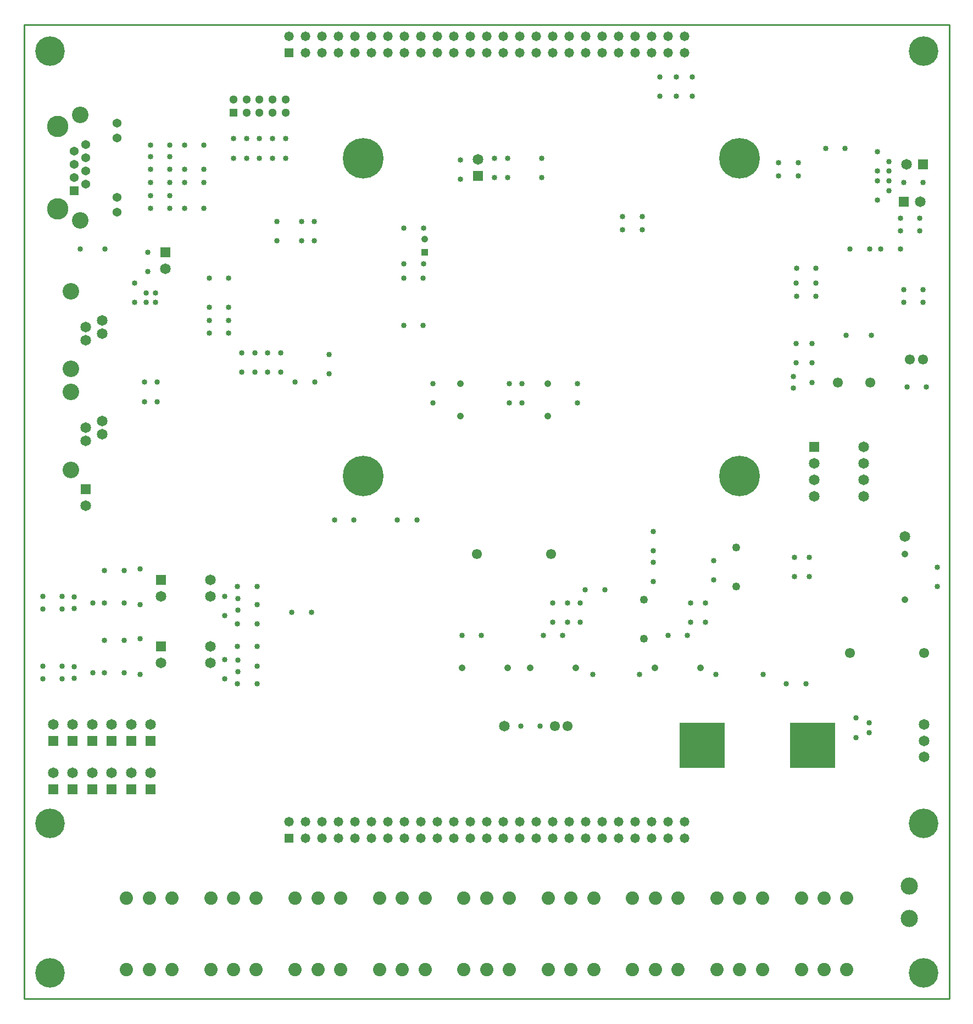
<source format=gbr>
*
*
G04 PADS Layout (Build Number 2005.266.2) generated Gerber (RS-274-X) file*
G04 PC Version=2.1*
*
%IN "cflora_base_1125.pcb"*%
*
%MOMM*%
*
%FSLAX35Y35*%
*
*
*
*
G04 PC Standard Apertures*
*
*
G04 Thermal Relief Aperture macro.*
%AMTER*
1,1,$1,0,0*
1,0,$1-$2,0,0*
21,0,$3,$4,0,0,45*
21,0,$3,$4,0,0,135*
%
*
*
G04 Annular Aperture macro.*
%AMANN*
1,1,$1,0,0*
1,0,$2,0,0*
%
*
*
G04 Odd Aperture macro.*
%AMODD*
1,1,$1,0,0*
1,0,$1-0.005,0,0*
%
*
*
G04 PC Custom Aperture Macros*
*
*
*
*
*
*
G04 PC Aperture Table*
*
%ADD058C,0.254*%
%ADD060C,1.3*%
%ADD079R,1.65X1.65*%
%ADD080R,1.066X1.066*%
%ADD083C,1.55*%
%ADD084R,1.4724X1.4724*%
%ADD085C,1.4724*%
%ADD086C,2.05*%
%ADD087C,2.55*%
%ADD089C,1.65*%
%ADD095C,1.066*%
%ADD106C,1.25*%
%ADD128C,0.85*%
%ADD129C,1.05*%
%ADD130R,7.05X7.05*%
%ADD131R,1.3X1.3*%
%ADD132C,2.65*%
%ADD137R,1.3708X1.3708*%
%ADD138C,1.3708*%
%ADD139C,3.3012*%
%ADD142C,6.25*%
%ADD143C,4.55*%
*
*
*
*
G04 PC Custom Flashes*
G04 Layer Name cflora_base_1125.pcb - flashes*
%LPD*%
*
*
G04 PC Circuitry*
G04 Layer Name cflora_base_1125.pcb - circuitry*
%LPD*%
*
G54D58*
G01X25400000Y10400000D02*
Y25400000D01*
X39660000*
Y10400000*
X25400000*
G54D60*
X28630000Y24250000D03*
X28830000Y24050000D03*
Y24250000D03*
X29030000Y24050000D03*
Y24250000D03*
X29230000Y24050000D03*
Y24250000D03*
X29430000Y24050000D03*
Y24250000D03*
G54D79*
X27515000Y16850000D03*
Y15825000D03*
X26355000Y18250000D03*
X27350000Y14375000D03*
Y13625000D03*
X27050000Y14375000D03*
Y13625000D03*
X26450000Y14375000D03*
Y13625000D03*
X26750000Y14375000D03*
X27580000Y21900000D03*
X26750000Y13625000D03*
X26150000Y14375000D03*
Y13625000D03*
X25850000Y14375000D03*
Y13625000D03*
X39255000Y23250000D03*
X38955000Y22675000D03*
X32400000Y23075000D03*
X37580000Y18900000D03*
G54D80*
X31575000Y21900000D03*
G54D83*
X39055000Y20250000D03*
X39255000D03*
X33780000Y14600000D03*
X33580000D03*
X38125000Y15725000D03*
X39275000D03*
X33525000Y17250000D03*
X32375000D03*
X38445000Y19895000D03*
X37945000D03*
X38125000Y15725000D03*
X39275000D03*
X33525000Y17250000D03*
X32375000D03*
G54D84*
X29482000Y24973000D03*
Y12873000D03*
G54D85*
Y25227000D03*
X29736000Y24973000D03*
Y25227000D03*
X29990000Y24973000D03*
Y25227000D03*
X30244000Y24973000D03*
Y25227000D03*
X30498000Y24973000D03*
Y25227000D03*
X30752000Y24973000D03*
Y25227000D03*
X31006000Y24973000D03*
Y25227000D03*
X31260000Y24973000D03*
Y25227000D03*
X31514000Y24973000D03*
Y25227000D03*
X31768000Y24973000D03*
Y25227000D03*
X32022000Y24973000D03*
Y25227000D03*
X32276000Y24973000D03*
Y25227000D03*
X32530000Y24973000D03*
Y25227000D03*
X32784000Y24973000D03*
Y25227000D03*
X33038000Y24973000D03*
Y25227000D03*
X33292000Y24973000D03*
Y25227000D03*
X33546000Y24973000D03*
Y25227000D03*
X33800000Y24973000D03*
Y25227000D03*
X34054000Y24973000D03*
Y25227000D03*
X34308000Y24973000D03*
Y25227000D03*
X34562000Y24973000D03*
Y25227000D03*
X34816000Y24973000D03*
Y25227000D03*
X35070000Y24973000D03*
Y25227000D03*
X35324000Y24973000D03*
Y25227000D03*
X35578000Y24973000D03*
Y25227000D03*
X29482000Y13127000D03*
X29736000Y12873000D03*
Y13127000D03*
X29990000Y12873000D03*
Y13127000D03*
X30244000Y12873000D03*
Y13127000D03*
X30498000Y12873000D03*
Y13127000D03*
X30752000Y12873000D03*
Y13127000D03*
X31006000Y12873000D03*
Y13127000D03*
X31260000Y12873000D03*
Y13127000D03*
X31514000Y12873000D03*
Y13127000D03*
X31768000Y12873000D03*
Y13127000D03*
X32022000Y12873000D03*
Y13127000D03*
X32276000Y12873000D03*
Y13127000D03*
X32530000Y12873000D03*
Y13127000D03*
X32784000Y12873000D03*
Y13127000D03*
X33038000Y12873000D03*
Y13127000D03*
X33292000Y12873000D03*
Y13127000D03*
X33546000Y12873000D03*
Y13127000D03*
X33800000Y12873000D03*
Y13127000D03*
X34054000Y12873000D03*
Y13127000D03*
X34308000Y12873000D03*
Y13127000D03*
X34562000Y12873000D03*
Y13127000D03*
X34816000Y12873000D03*
Y13127000D03*
X35070000Y12873000D03*
Y13127000D03*
X35324000Y12873000D03*
Y13127000D03*
X35578000Y12873000D03*
Y13127000D03*
G54D86*
X27679250Y10850000D03*
X27330000D03*
X26979250D03*
X28979250Y11950000D03*
X28630000D03*
X28279250D03*
X28979250Y10850000D03*
X28630000D03*
X28279250D03*
X30279250Y11950000D03*
X29930000D03*
X29579250D03*
X30279250Y10850000D03*
X29930000D03*
X29579250D03*
X31579250Y11950000D03*
X31230000D03*
X30879250D03*
X31579250Y10850000D03*
X31230000D03*
X30879250D03*
X32879250Y11950000D03*
X32530000D03*
X32179250D03*
X32879250Y10850000D03*
X32530000D03*
X32179250D03*
X34179250Y11950000D03*
X33830000D03*
X33479250D03*
X34179250Y10850000D03*
X33830000D03*
X33479250D03*
X35479250Y11950000D03*
X35130000D03*
X34779250D03*
X35479250Y10850000D03*
X35130000D03*
X34779250D03*
X36779250Y11950000D03*
X36430000D03*
X36079250D03*
X36779250Y10850000D03*
X36430000D03*
X36079250D03*
X27679250Y11950000D03*
X27330000D03*
X26979250D03*
X38079250D03*
X37730000D03*
X37379250D03*
X38079250Y10850000D03*
X37730000D03*
X37379250D03*
G54D87*
X26125000Y20100000D03*
Y21300000D03*
Y18550000D03*
Y19750000D03*
X26263900Y24018400D03*
Y22392800D03*
G54D89*
X26355000Y20547000D03*
Y20751000D03*
X26609000Y20649000D03*
Y20853000D03*
X26355000Y18997000D03*
Y19201000D03*
X26609000Y19099000D03*
Y19303000D03*
X27515000Y16596000D03*
X28277000D03*
Y16850000D03*
X27515000Y15571000D03*
X28277000D03*
Y15825000D03*
X26355000Y17996000D03*
X27350000Y14629000D03*
Y13879000D03*
X27050000Y14629000D03*
Y13879000D03*
X26450000Y14629000D03*
Y13879000D03*
X26750000Y14629000D03*
X27580000Y21646000D03*
X26750000Y13879000D03*
X26150000Y14629000D03*
Y13879000D03*
X25850000Y14629000D03*
Y13879000D03*
X39275000Y14625000D03*
Y14375000D03*
Y14125000D03*
X39001000Y23250000D03*
X39209000Y22675000D03*
X32400000Y23329000D03*
X37580000Y18646000D03*
Y18392000D03*
Y18138000D03*
X38342000D03*
Y18392000D03*
Y18646000D03*
Y18900000D03*
X38975000Y17525000D03*
X32805000Y14600000D03*
G54D95*
X31575000Y22100000D03*
G54D106*
X36375000Y16750000D03*
Y17350000D03*
X34950000Y16550000D03*
Y15950000D03*
X36375000Y16750000D03*
Y17350000D03*
X34950000Y16550000D03*
Y15950000D03*
G54D128*
X27255000Y19900000D03*
Y19600000D03*
X27875000Y23175000D03*
X28175000D03*
X27875000Y23550000D03*
X28175000D03*
X29580000Y19900000D03*
X29880000D03*
X27350000Y22775000D03*
X27650000D03*
X27350000Y23375000D03*
X27650000D03*
X30105000Y20325000D03*
Y20025000D03*
X26650000Y21950000D03*
X26262500D03*
X37275000Y16900000D03*
Y17200000D03*
X35100000Y16825000D03*
Y17125000D03*
X37450000Y15250000D03*
X37150000D03*
X27455000Y19900000D03*
Y19600000D03*
X39475000Y17050000D03*
Y16750000D03*
X33550000Y16500000D03*
Y16200000D03*
X32450000Y16000000D03*
X32150000D03*
X38225000Y14425000D03*
Y14725000D03*
X35625000Y16000000D03*
X35325000D03*
X33700000D03*
X33400000D03*
X34350000Y16700000D03*
X34050000D03*
X36025000Y16850000D03*
Y17150000D03*
X29830000Y16350000D03*
X29530000D03*
X38905000Y22225000D03*
X39205000D03*
X29355000Y20350000D03*
Y20050000D03*
X38130000Y21950000D03*
X38430000D03*
X38905000D03*
X38605000D03*
X37305000Y21650000D03*
X37605000D03*
X37300000Y21425000D03*
X37600000D03*
X37305000Y21225000D03*
X37605000D03*
X38055000Y23500000D03*
X37755000D03*
X31550000Y20775000D03*
X31250000D03*
Y21500000D03*
X31550000D03*
X31155000Y17775000D03*
X31455000D03*
X30185000D03*
X30485000D03*
X29300000Y22075000D03*
Y22375000D03*
X31555000Y22275000D03*
X31255000D03*
X31555000Y21725000D03*
X31255000D03*
X34625000Y22450000D03*
X34925000D03*
X33375000Y23050000D03*
Y23350000D03*
X31700000Y19875000D03*
Y19575000D03*
X33075000Y19875000D03*
Y19575000D03*
X34625000Y22250000D03*
X34925000D03*
X33925000Y19875000D03*
Y19575000D03*
X37545000Y20195000D03*
Y20495000D03*
X29675000Y22075000D03*
Y22375000D03*
X29155000Y20350000D03*
Y20050000D03*
X28555000Y21500000D03*
X28255000D03*
X27875000Y22575000D03*
X28175000D03*
X27875000Y22975000D03*
X28175000D03*
X27280000Y21125000D03*
Y21275000D03*
X38730000Y22850000D03*
Y23000000D03*
X27430000Y21125000D03*
Y21275000D03*
X38425000Y14500000D03*
Y14650000D03*
X27190000Y17025000D03*
Y16475000D03*
Y15950000D03*
Y15400000D03*
X38730000Y23300000D03*
Y23150000D03*
X28700300Y16563900D03*
Y16386100D03*
X28990000Y16475000D03*
X28700300Y15613900D03*
Y15436100D03*
X28990000Y15525000D03*
X26175300Y16588900D03*
Y16411100D03*
X26465000Y16500000D03*
X26175300Y15513900D03*
Y15336100D03*
X26465000Y15425000D03*
X37255300Y19983900D03*
Y19806100D03*
X37545000Y19895000D03*
X27305000Y21600000D03*
Y21900000D03*
X28555000Y20850000D03*
X28255000D03*
X29875000Y22075000D03*
Y22375000D03*
X28955000Y20350000D03*
Y20050000D03*
X36787500Y15400000D03*
X36062500D03*
X37500000Y17200000D03*
Y16900000D03*
X35900000Y16200000D03*
Y16500000D03*
X34887500Y15400000D03*
X34162500D03*
X35100000Y17300000D03*
Y17600000D03*
X33355000Y14600000D03*
X33055000D03*
X33975000Y16200000D03*
Y16500000D03*
X27105000Y21425000D03*
Y21125000D03*
X35675000Y16200000D03*
Y16500000D03*
X33775000Y16200000D03*
Y16500000D03*
X28690000Y16750000D03*
X28990000D03*
X28690000Y15825000D03*
X28990000D03*
X26940000Y17000000D03*
X26640000D03*
X28990000Y16175000D03*
X28690000D03*
X26940000Y15925000D03*
X26640000D03*
X28990000Y15250000D03*
X28690000D03*
X28490000Y16600000D03*
Y16300000D03*
Y15625000D03*
Y15325000D03*
X28255000Y21050000D03*
X28555000D03*
X26640000Y16500000D03*
X26940000D03*
X26640000Y15425000D03*
X26940000D03*
X25690000Y16600000D03*
X25990000D03*
X25690000Y15525000D03*
X25990000D03*
Y16400000D03*
X25690000D03*
X25990000Y15325000D03*
X25690000D03*
X39255000Y21325000D03*
X38955000D03*
X39255000Y21125000D03*
X38955000D03*
X38555000Y23150000D03*
Y23450000D03*
X38905000Y22425000D03*
X39205000D03*
X27650000Y22575000D03*
X27350000D03*
X37030000Y23075000D03*
X37330000D03*
X37030000Y23275000D03*
X37330000D03*
X38955000Y22975000D03*
X39255000D03*
X38555000Y22700000D03*
Y23000000D03*
X32875000Y19875000D03*
Y19575000D03*
X39305000Y19825000D03*
X39005000D03*
X32850000Y23050000D03*
Y23350000D03*
X32650000D03*
Y23050000D03*
X29230000Y23350000D03*
Y23650000D03*
X29030000Y23350000D03*
Y23650000D03*
X27650000Y22975000D03*
X27350000D03*
X28630000Y23350000D03*
Y23650000D03*
X28830000Y23350000D03*
Y23650000D03*
X32125000Y23025000D03*
Y23325000D03*
X29430000Y23650000D03*
Y23350000D03*
X35200000Y24600000D03*
Y24300000D03*
X35450000Y24600000D03*
Y24300000D03*
X35700000Y24600000D03*
Y24300000D03*
X37295000Y20495000D03*
Y20195000D03*
X38070000Y20620000D03*
X38457500D03*
X27650000Y23175000D03*
X27350000D03*
X27650000Y23550000D03*
X27350000D03*
X28555000Y20650000D03*
X28255000D03*
X28755000Y20350000D03*
Y20050000D03*
X27255000Y19900000D03*
Y19600000D03*
X27875000Y23175000D03*
X28175000D03*
X27875000Y23550000D03*
X28175000D03*
X29580000Y19900000D03*
X29880000D03*
X27350000Y22775000D03*
X27650000D03*
X27350000Y23375000D03*
X27650000D03*
X30105000Y20325000D03*
Y20025000D03*
X26650000Y21950000D03*
X26262500D03*
X37275000Y16900000D03*
Y17200000D03*
X35100000Y16825000D03*
Y17125000D03*
X37450000Y15250000D03*
X37150000D03*
X27455000Y19900000D03*
Y19600000D03*
X39475000Y17050000D03*
Y16750000D03*
X33550000Y16500000D03*
Y16200000D03*
X32450000Y16000000D03*
X32150000D03*
X38225000Y14425000D03*
Y14725000D03*
X35625000Y16000000D03*
X35325000D03*
X33700000D03*
X33400000D03*
X34350000Y16700000D03*
X34050000D03*
X36025000Y16850000D03*
Y17150000D03*
X29830000Y16350000D03*
X29530000D03*
X38905000Y22225000D03*
X39205000D03*
X29355000Y20350000D03*
Y20050000D03*
X38130000Y21950000D03*
X38430000D03*
X38905000D03*
X38605000D03*
X37305000Y21650000D03*
X37605000D03*
X37300000Y21425000D03*
X37600000D03*
X37305000Y21225000D03*
X37605000D03*
X38055000Y23500000D03*
X37755000D03*
X31550000Y20775000D03*
X31250000D03*
Y21500000D03*
X31550000D03*
X31155000Y17775000D03*
X31455000D03*
X30185000D03*
X30485000D03*
X29300000Y22075000D03*
Y22375000D03*
X31555000Y22275000D03*
X31255000D03*
X31555000Y21725000D03*
X31255000D03*
X34625000Y22450000D03*
X34925000D03*
X33375000Y23050000D03*
Y23350000D03*
X31700000Y19875000D03*
Y19575000D03*
X33075000Y19875000D03*
Y19575000D03*
X34625000Y22250000D03*
X34925000D03*
X33925000Y19875000D03*
Y19575000D03*
X37545000Y20195000D03*
Y20495000D03*
X29675000Y22075000D03*
Y22375000D03*
X29155000Y20350000D03*
Y20050000D03*
X28555000Y21500000D03*
X28255000D03*
X27875000Y22575000D03*
X28175000D03*
X27875000Y22975000D03*
X28175000D03*
X27280000Y21125000D03*
Y21275000D03*
X38730000Y22850000D03*
Y23000000D03*
X27430000Y21125000D03*
Y21275000D03*
X38425000Y14500000D03*
Y14650000D03*
X27190000Y17025000D03*
Y16475000D03*
Y15950000D03*
Y15400000D03*
X38730000Y23300000D03*
Y23150000D03*
X28700300Y16563900D03*
Y16386100D03*
X28990000Y16475000D03*
X28700300Y15613900D03*
Y15436100D03*
X28990000Y15525000D03*
X26175300Y16588900D03*
Y16411100D03*
X26465000Y16500000D03*
X26175300Y15513900D03*
Y15336100D03*
X26465000Y15425000D03*
X37255300Y19983900D03*
Y19806100D03*
X37545000Y19895000D03*
X27305000Y21600000D03*
Y21900000D03*
X28555000Y20850000D03*
X28255000D03*
X29875000Y22075000D03*
Y22375000D03*
X28955000Y20350000D03*
Y20050000D03*
X36787500Y15400000D03*
X36062500D03*
X37500000Y17200000D03*
Y16900000D03*
X35900000Y16200000D03*
Y16500000D03*
X34887500Y15400000D03*
X34162500D03*
X35100000Y17300000D03*
Y17600000D03*
X33355000Y14600000D03*
X33055000D03*
X33975000Y16200000D03*
Y16500000D03*
X27105000Y21425000D03*
Y21125000D03*
X35675000Y16200000D03*
Y16500000D03*
X33775000Y16200000D03*
Y16500000D03*
X28690000Y16750000D03*
X28990000D03*
X28690000Y15825000D03*
X28990000D03*
X26940000Y17000000D03*
X26640000D03*
X28990000Y16175000D03*
X28690000D03*
X26940000Y15925000D03*
X26640000D03*
X28990000Y15250000D03*
X28690000D03*
X28490000Y16600000D03*
Y16300000D03*
Y15625000D03*
Y15325000D03*
X28255000Y21050000D03*
X28555000D03*
X26640000Y16500000D03*
X26940000D03*
X26640000Y15425000D03*
X26940000D03*
X25690000Y16600000D03*
X25990000D03*
X25690000Y15525000D03*
X25990000D03*
Y16400000D03*
X25690000D03*
X25990000Y15325000D03*
X25690000D03*
X39255000Y21325000D03*
X38955000D03*
X39255000Y21125000D03*
X38955000D03*
X38555000Y23150000D03*
Y23450000D03*
X38905000Y22425000D03*
X39205000D03*
X27650000Y22575000D03*
X27350000D03*
X37030000Y23075000D03*
X37330000D03*
X37030000Y23275000D03*
X37330000D03*
X38955000Y22975000D03*
X39255000D03*
X38555000Y22700000D03*
Y23000000D03*
X32875000Y19875000D03*
Y19575000D03*
X39305000Y19825000D03*
X39005000D03*
X32850000Y23050000D03*
Y23350000D03*
X32650000D03*
Y23050000D03*
X29230000Y23350000D03*
Y23650000D03*
X29030000Y23350000D03*
Y23650000D03*
X27650000Y22975000D03*
X27350000D03*
X28630000Y23350000D03*
Y23650000D03*
X28830000Y23350000D03*
Y23650000D03*
X32125000Y23025000D03*
Y23325000D03*
X29430000Y23650000D03*
Y23350000D03*
X35200000Y24600000D03*
Y24300000D03*
X35450000Y24600000D03*
Y24300000D03*
X35700000Y24600000D03*
Y24300000D03*
X37295000Y20495000D03*
Y20195000D03*
X38070000Y20620000D03*
X38457500D03*
X27650000Y23175000D03*
X27350000D03*
X27650000Y23550000D03*
X27350000D03*
X28555000Y20650000D03*
X28255000D03*
X28755000Y20350000D03*
Y20050000D03*
G54D129*
X38975000Y17250000D03*
Y16550000D03*
X32850000Y15500000D03*
X32150000D03*
X35825000D03*
X35125000D03*
X33900000D03*
X33200000D03*
X33475000Y19875000D03*
Y19375000D03*
X32125000Y19875000D03*
Y19375000D03*
X38975000Y17250000D03*
Y16550000D03*
X32850000Y15500000D03*
X32150000D03*
X35825000D03*
X35125000D03*
X33900000D03*
X33200000D03*
X33475000Y19875000D03*
Y19375000D03*
X32125000Y19875000D03*
Y19375000D03*
G54D130*
X37550000Y14300000D03*
X35850000D03*
G54D131*
X28630000Y24050000D03*
G54D132*
X39040000Y11639988D03*
Y12140012D03*
G54D137*
X26175000Y22850000D03*
G54D138*
X26352800Y22951600D03*
X26175000Y23053200D03*
X26352800Y23154800D03*
X26175000Y23256400D03*
X26352800Y23358000D03*
X26175000Y23459600D03*
X26352800Y23561200D03*
X26835400Y23891400D03*
Y23662800D03*
Y22748400D03*
Y22519800D03*
G54D139*
X25921000Y23840600D03*
Y22570600D03*
G54D142*
X36430000Y23350000D03*
Y18450000D03*
X30630000Y23350000D03*
Y18450000D03*
G54D143*
X25800000Y25000000D03*
X39260000D03*
Y13100000D03*
X25800000D03*
Y10800000D03*
X39260000D03*
X0Y0D02*
M02*

</source>
